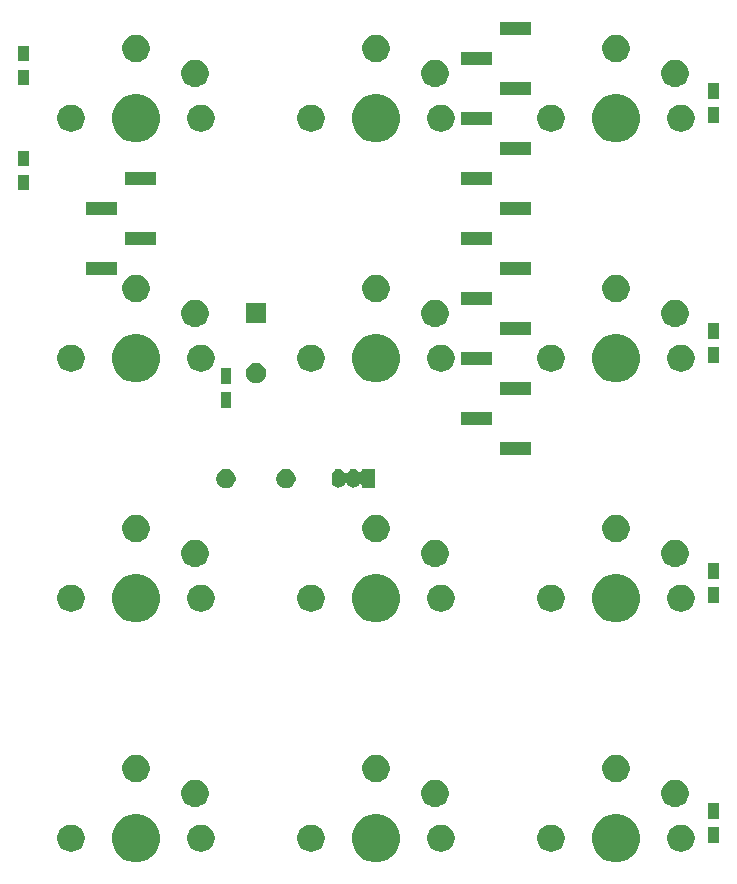
<source format=gbs>
G04 #@! TF.GenerationSoftware,KiCad,Pcbnew,(5.1.5)-3*
G04 #@! TF.CreationDate,2020-09-25T18:16:36+09:00*
G04 #@! TF.ProjectId,righthand,72696768-7468-4616-9e64-2e6b69636164,rev?*
G04 #@! TF.SameCoordinates,Original*
G04 #@! TF.FileFunction,Soldermask,Bot*
G04 #@! TF.FilePolarity,Negative*
%FSLAX46Y46*%
G04 Gerber Fmt 4.6, Leading zero omitted, Abs format (unit mm)*
G04 Created by KiCad (PCBNEW (5.1.5)-3) date 2020-09-25 18:16:36*
%MOMM*%
%LPD*%
G04 APERTURE LIST*
%ADD10C,0.100000*%
G04 APERTURE END LIST*
D10*
G36*
X141568254Y-95182818D02*
G01*
X141941511Y-95337426D01*
X141941513Y-95337427D01*
X142214752Y-95520000D01*
X142277436Y-95561884D01*
X142563116Y-95847564D01*
X142787574Y-96183489D01*
X142942182Y-96556746D01*
X143021000Y-96952993D01*
X143021000Y-97357007D01*
X142942182Y-97753254D01*
X142787574Y-98126511D01*
X142787573Y-98126513D01*
X142563116Y-98462436D01*
X142277436Y-98748116D01*
X141941513Y-98972573D01*
X141941512Y-98972574D01*
X141941511Y-98972574D01*
X141568254Y-99127182D01*
X141172007Y-99206000D01*
X140767993Y-99206000D01*
X140371746Y-99127182D01*
X139998489Y-98972574D01*
X139998488Y-98972574D01*
X139998487Y-98972573D01*
X139662564Y-98748116D01*
X139376884Y-98462436D01*
X139152427Y-98126513D01*
X139152426Y-98126511D01*
X138997818Y-97753254D01*
X138919000Y-97357007D01*
X138919000Y-96952993D01*
X138997818Y-96556746D01*
X139152426Y-96183489D01*
X139376884Y-95847564D01*
X139662564Y-95561884D01*
X139725248Y-95520000D01*
X139998487Y-95337427D01*
X139998489Y-95337426D01*
X140371746Y-95182818D01*
X140767993Y-95104000D01*
X141172007Y-95104000D01*
X141568254Y-95182818D01*
G37*
G36*
X161888254Y-95182818D02*
G01*
X162261511Y-95337426D01*
X162261513Y-95337427D01*
X162534752Y-95520000D01*
X162597436Y-95561884D01*
X162883116Y-95847564D01*
X163107574Y-96183489D01*
X163262182Y-96556746D01*
X163341000Y-96952993D01*
X163341000Y-97357007D01*
X163262182Y-97753254D01*
X163107574Y-98126511D01*
X163107573Y-98126513D01*
X162883116Y-98462436D01*
X162597436Y-98748116D01*
X162261513Y-98972573D01*
X162261512Y-98972574D01*
X162261511Y-98972574D01*
X161888254Y-99127182D01*
X161492007Y-99206000D01*
X161087993Y-99206000D01*
X160691746Y-99127182D01*
X160318489Y-98972574D01*
X160318488Y-98972574D01*
X160318487Y-98972573D01*
X159982564Y-98748116D01*
X159696884Y-98462436D01*
X159472427Y-98126513D01*
X159472426Y-98126511D01*
X159317818Y-97753254D01*
X159239000Y-97357007D01*
X159239000Y-96952993D01*
X159317818Y-96556746D01*
X159472426Y-96183489D01*
X159696884Y-95847564D01*
X159982564Y-95561884D01*
X160045248Y-95520000D01*
X160318487Y-95337427D01*
X160318489Y-95337426D01*
X160691746Y-95182818D01*
X161087993Y-95104000D01*
X161492007Y-95104000D01*
X161888254Y-95182818D01*
G37*
G36*
X182208254Y-95182818D02*
G01*
X182581511Y-95337426D01*
X182581513Y-95337427D01*
X182854752Y-95520000D01*
X182917436Y-95561884D01*
X183203116Y-95847564D01*
X183427574Y-96183489D01*
X183582182Y-96556746D01*
X183661000Y-96952993D01*
X183661000Y-97357007D01*
X183582182Y-97753254D01*
X183427574Y-98126511D01*
X183427573Y-98126513D01*
X183203116Y-98462436D01*
X182917436Y-98748116D01*
X182581513Y-98972573D01*
X182581512Y-98972574D01*
X182581511Y-98972574D01*
X182208254Y-99127182D01*
X181812007Y-99206000D01*
X181407993Y-99206000D01*
X181011746Y-99127182D01*
X180638489Y-98972574D01*
X180638488Y-98972574D01*
X180638487Y-98972573D01*
X180302564Y-98748116D01*
X180016884Y-98462436D01*
X179792427Y-98126513D01*
X179792426Y-98126511D01*
X179637818Y-97753254D01*
X179559000Y-97357007D01*
X179559000Y-96952993D01*
X179637818Y-96556746D01*
X179792426Y-96183489D01*
X180016884Y-95847564D01*
X180302564Y-95561884D01*
X180365248Y-95520000D01*
X180638487Y-95337427D01*
X180638489Y-95337426D01*
X181011746Y-95182818D01*
X181407993Y-95104000D01*
X181812007Y-95104000D01*
X182208254Y-95182818D01*
G37*
G36*
X167014549Y-96026116D02*
G01*
X167125734Y-96048232D01*
X167335203Y-96134997D01*
X167523720Y-96260960D01*
X167684040Y-96421280D01*
X167810003Y-96609797D01*
X167896768Y-96819266D01*
X167941000Y-97041636D01*
X167941000Y-97268364D01*
X167896768Y-97490734D01*
X167810003Y-97700203D01*
X167684040Y-97888720D01*
X167523720Y-98049040D01*
X167335203Y-98175003D01*
X167125734Y-98261768D01*
X167014549Y-98283884D01*
X166903365Y-98306000D01*
X166676635Y-98306000D01*
X166565451Y-98283884D01*
X166454266Y-98261768D01*
X166244797Y-98175003D01*
X166056280Y-98049040D01*
X165895960Y-97888720D01*
X165769997Y-97700203D01*
X165683232Y-97490734D01*
X165639000Y-97268364D01*
X165639000Y-97041636D01*
X165683232Y-96819266D01*
X165769997Y-96609797D01*
X165895960Y-96421280D01*
X166056280Y-96260960D01*
X166244797Y-96134997D01*
X166454266Y-96048232D01*
X166565451Y-96026116D01*
X166676635Y-96004000D01*
X166903365Y-96004000D01*
X167014549Y-96026116D01*
G37*
G36*
X135694549Y-96026116D02*
G01*
X135805734Y-96048232D01*
X136015203Y-96134997D01*
X136203720Y-96260960D01*
X136364040Y-96421280D01*
X136490003Y-96609797D01*
X136576768Y-96819266D01*
X136621000Y-97041636D01*
X136621000Y-97268364D01*
X136576768Y-97490734D01*
X136490003Y-97700203D01*
X136364040Y-97888720D01*
X136203720Y-98049040D01*
X136015203Y-98175003D01*
X135805734Y-98261768D01*
X135694549Y-98283884D01*
X135583365Y-98306000D01*
X135356635Y-98306000D01*
X135245451Y-98283884D01*
X135134266Y-98261768D01*
X134924797Y-98175003D01*
X134736280Y-98049040D01*
X134575960Y-97888720D01*
X134449997Y-97700203D01*
X134363232Y-97490734D01*
X134319000Y-97268364D01*
X134319000Y-97041636D01*
X134363232Y-96819266D01*
X134449997Y-96609797D01*
X134575960Y-96421280D01*
X134736280Y-96260960D01*
X134924797Y-96134997D01*
X135134266Y-96048232D01*
X135245451Y-96026116D01*
X135356635Y-96004000D01*
X135583365Y-96004000D01*
X135694549Y-96026116D01*
G37*
G36*
X146694549Y-96026116D02*
G01*
X146805734Y-96048232D01*
X147015203Y-96134997D01*
X147203720Y-96260960D01*
X147364040Y-96421280D01*
X147490003Y-96609797D01*
X147576768Y-96819266D01*
X147621000Y-97041636D01*
X147621000Y-97268364D01*
X147576768Y-97490734D01*
X147490003Y-97700203D01*
X147364040Y-97888720D01*
X147203720Y-98049040D01*
X147015203Y-98175003D01*
X146805734Y-98261768D01*
X146694549Y-98283884D01*
X146583365Y-98306000D01*
X146356635Y-98306000D01*
X146245451Y-98283884D01*
X146134266Y-98261768D01*
X145924797Y-98175003D01*
X145736280Y-98049040D01*
X145575960Y-97888720D01*
X145449997Y-97700203D01*
X145363232Y-97490734D01*
X145319000Y-97268364D01*
X145319000Y-97041636D01*
X145363232Y-96819266D01*
X145449997Y-96609797D01*
X145575960Y-96421280D01*
X145736280Y-96260960D01*
X145924797Y-96134997D01*
X146134266Y-96048232D01*
X146245451Y-96026116D01*
X146356635Y-96004000D01*
X146583365Y-96004000D01*
X146694549Y-96026116D01*
G37*
G36*
X187334549Y-96026116D02*
G01*
X187445734Y-96048232D01*
X187655203Y-96134997D01*
X187843720Y-96260960D01*
X188004040Y-96421280D01*
X188130003Y-96609797D01*
X188216768Y-96819266D01*
X188261000Y-97041636D01*
X188261000Y-97268364D01*
X188216768Y-97490734D01*
X188130003Y-97700203D01*
X188004040Y-97888720D01*
X187843720Y-98049040D01*
X187655203Y-98175003D01*
X187445734Y-98261768D01*
X187334549Y-98283884D01*
X187223365Y-98306000D01*
X186996635Y-98306000D01*
X186885451Y-98283884D01*
X186774266Y-98261768D01*
X186564797Y-98175003D01*
X186376280Y-98049040D01*
X186215960Y-97888720D01*
X186089997Y-97700203D01*
X186003232Y-97490734D01*
X185959000Y-97268364D01*
X185959000Y-97041636D01*
X186003232Y-96819266D01*
X186089997Y-96609797D01*
X186215960Y-96421280D01*
X186376280Y-96260960D01*
X186564797Y-96134997D01*
X186774266Y-96048232D01*
X186885451Y-96026116D01*
X186996635Y-96004000D01*
X187223365Y-96004000D01*
X187334549Y-96026116D01*
G37*
G36*
X176334549Y-96026116D02*
G01*
X176445734Y-96048232D01*
X176655203Y-96134997D01*
X176843720Y-96260960D01*
X177004040Y-96421280D01*
X177130003Y-96609797D01*
X177216768Y-96819266D01*
X177261000Y-97041636D01*
X177261000Y-97268364D01*
X177216768Y-97490734D01*
X177130003Y-97700203D01*
X177004040Y-97888720D01*
X176843720Y-98049040D01*
X176655203Y-98175003D01*
X176445734Y-98261768D01*
X176334549Y-98283884D01*
X176223365Y-98306000D01*
X175996635Y-98306000D01*
X175885451Y-98283884D01*
X175774266Y-98261768D01*
X175564797Y-98175003D01*
X175376280Y-98049040D01*
X175215960Y-97888720D01*
X175089997Y-97700203D01*
X175003232Y-97490734D01*
X174959000Y-97268364D01*
X174959000Y-97041636D01*
X175003232Y-96819266D01*
X175089997Y-96609797D01*
X175215960Y-96421280D01*
X175376280Y-96260960D01*
X175564797Y-96134997D01*
X175774266Y-96048232D01*
X175885451Y-96026116D01*
X175996635Y-96004000D01*
X176223365Y-96004000D01*
X176334549Y-96026116D01*
G37*
G36*
X156014549Y-96026116D02*
G01*
X156125734Y-96048232D01*
X156335203Y-96134997D01*
X156523720Y-96260960D01*
X156684040Y-96421280D01*
X156810003Y-96609797D01*
X156896768Y-96819266D01*
X156941000Y-97041636D01*
X156941000Y-97268364D01*
X156896768Y-97490734D01*
X156810003Y-97700203D01*
X156684040Y-97888720D01*
X156523720Y-98049040D01*
X156335203Y-98175003D01*
X156125734Y-98261768D01*
X156014549Y-98283884D01*
X155903365Y-98306000D01*
X155676635Y-98306000D01*
X155565451Y-98283884D01*
X155454266Y-98261768D01*
X155244797Y-98175003D01*
X155056280Y-98049040D01*
X154895960Y-97888720D01*
X154769997Y-97700203D01*
X154683232Y-97490734D01*
X154639000Y-97268364D01*
X154639000Y-97041636D01*
X154683232Y-96819266D01*
X154769997Y-96609797D01*
X154895960Y-96421280D01*
X155056280Y-96260960D01*
X155244797Y-96134997D01*
X155454266Y-96048232D01*
X155565451Y-96026116D01*
X155676635Y-96004000D01*
X155903365Y-96004000D01*
X156014549Y-96026116D01*
G37*
G36*
X190316000Y-97552000D02*
G01*
X189414000Y-97552000D01*
X189414000Y-96250000D01*
X190316000Y-96250000D01*
X190316000Y-97552000D01*
G37*
G36*
X190316000Y-95520000D02*
G01*
X189414000Y-95520000D01*
X189414000Y-94218000D01*
X190316000Y-94218000D01*
X190316000Y-95520000D01*
G37*
G36*
X166514549Y-92226116D02*
G01*
X166625734Y-92248232D01*
X166835203Y-92334997D01*
X167023720Y-92460960D01*
X167184040Y-92621280D01*
X167310003Y-92809797D01*
X167396768Y-93019266D01*
X167441000Y-93241636D01*
X167441000Y-93468364D01*
X167396768Y-93690734D01*
X167310003Y-93900203D01*
X167184040Y-94088720D01*
X167023720Y-94249040D01*
X166835203Y-94375003D01*
X166625734Y-94461768D01*
X166514549Y-94483884D01*
X166403365Y-94506000D01*
X166176635Y-94506000D01*
X166065451Y-94483884D01*
X165954266Y-94461768D01*
X165744797Y-94375003D01*
X165556280Y-94249040D01*
X165395960Y-94088720D01*
X165269997Y-93900203D01*
X165183232Y-93690734D01*
X165139000Y-93468364D01*
X165139000Y-93241636D01*
X165183232Y-93019266D01*
X165269997Y-92809797D01*
X165395960Y-92621280D01*
X165556280Y-92460960D01*
X165744797Y-92334997D01*
X165954266Y-92248232D01*
X166065451Y-92226116D01*
X166176635Y-92204000D01*
X166403365Y-92204000D01*
X166514549Y-92226116D01*
G37*
G36*
X186834549Y-92226116D02*
G01*
X186945734Y-92248232D01*
X187155203Y-92334997D01*
X187343720Y-92460960D01*
X187504040Y-92621280D01*
X187630003Y-92809797D01*
X187716768Y-93019266D01*
X187761000Y-93241636D01*
X187761000Y-93468364D01*
X187716768Y-93690734D01*
X187630003Y-93900203D01*
X187504040Y-94088720D01*
X187343720Y-94249040D01*
X187155203Y-94375003D01*
X186945734Y-94461768D01*
X186834549Y-94483884D01*
X186723365Y-94506000D01*
X186496635Y-94506000D01*
X186385451Y-94483884D01*
X186274266Y-94461768D01*
X186064797Y-94375003D01*
X185876280Y-94249040D01*
X185715960Y-94088720D01*
X185589997Y-93900203D01*
X185503232Y-93690734D01*
X185459000Y-93468364D01*
X185459000Y-93241636D01*
X185503232Y-93019266D01*
X185589997Y-92809797D01*
X185715960Y-92621280D01*
X185876280Y-92460960D01*
X186064797Y-92334997D01*
X186274266Y-92248232D01*
X186385451Y-92226116D01*
X186496635Y-92204000D01*
X186723365Y-92204000D01*
X186834549Y-92226116D01*
G37*
G36*
X146194549Y-92226116D02*
G01*
X146305734Y-92248232D01*
X146515203Y-92334997D01*
X146703720Y-92460960D01*
X146864040Y-92621280D01*
X146990003Y-92809797D01*
X147076768Y-93019266D01*
X147121000Y-93241636D01*
X147121000Y-93468364D01*
X147076768Y-93690734D01*
X146990003Y-93900203D01*
X146864040Y-94088720D01*
X146703720Y-94249040D01*
X146515203Y-94375003D01*
X146305734Y-94461768D01*
X146194549Y-94483884D01*
X146083365Y-94506000D01*
X145856635Y-94506000D01*
X145745451Y-94483884D01*
X145634266Y-94461768D01*
X145424797Y-94375003D01*
X145236280Y-94249040D01*
X145075960Y-94088720D01*
X144949997Y-93900203D01*
X144863232Y-93690734D01*
X144819000Y-93468364D01*
X144819000Y-93241636D01*
X144863232Y-93019266D01*
X144949997Y-92809797D01*
X145075960Y-92621280D01*
X145236280Y-92460960D01*
X145424797Y-92334997D01*
X145634266Y-92248232D01*
X145745451Y-92226116D01*
X145856635Y-92204000D01*
X146083365Y-92204000D01*
X146194549Y-92226116D01*
G37*
G36*
X161514549Y-90126116D02*
G01*
X161625734Y-90148232D01*
X161835203Y-90234997D01*
X162023720Y-90360960D01*
X162184040Y-90521280D01*
X162310003Y-90709797D01*
X162396768Y-90919266D01*
X162441000Y-91141636D01*
X162441000Y-91368364D01*
X162396768Y-91590734D01*
X162310003Y-91800203D01*
X162184040Y-91988720D01*
X162023720Y-92149040D01*
X161835203Y-92275003D01*
X161625734Y-92361768D01*
X161514549Y-92383884D01*
X161403365Y-92406000D01*
X161176635Y-92406000D01*
X161065451Y-92383884D01*
X160954266Y-92361768D01*
X160744797Y-92275003D01*
X160556280Y-92149040D01*
X160395960Y-91988720D01*
X160269997Y-91800203D01*
X160183232Y-91590734D01*
X160139000Y-91368364D01*
X160139000Y-91141636D01*
X160183232Y-90919266D01*
X160269997Y-90709797D01*
X160395960Y-90521280D01*
X160556280Y-90360960D01*
X160744797Y-90234997D01*
X160954266Y-90148232D01*
X161065451Y-90126116D01*
X161176635Y-90104000D01*
X161403365Y-90104000D01*
X161514549Y-90126116D01*
G37*
G36*
X141194549Y-90126116D02*
G01*
X141305734Y-90148232D01*
X141515203Y-90234997D01*
X141703720Y-90360960D01*
X141864040Y-90521280D01*
X141990003Y-90709797D01*
X142076768Y-90919266D01*
X142121000Y-91141636D01*
X142121000Y-91368364D01*
X142076768Y-91590734D01*
X141990003Y-91800203D01*
X141864040Y-91988720D01*
X141703720Y-92149040D01*
X141515203Y-92275003D01*
X141305734Y-92361768D01*
X141194549Y-92383884D01*
X141083365Y-92406000D01*
X140856635Y-92406000D01*
X140745451Y-92383884D01*
X140634266Y-92361768D01*
X140424797Y-92275003D01*
X140236280Y-92149040D01*
X140075960Y-91988720D01*
X139949997Y-91800203D01*
X139863232Y-91590734D01*
X139819000Y-91368364D01*
X139819000Y-91141636D01*
X139863232Y-90919266D01*
X139949997Y-90709797D01*
X140075960Y-90521280D01*
X140236280Y-90360960D01*
X140424797Y-90234997D01*
X140634266Y-90148232D01*
X140745451Y-90126116D01*
X140856635Y-90104000D01*
X141083365Y-90104000D01*
X141194549Y-90126116D01*
G37*
G36*
X181834549Y-90126116D02*
G01*
X181945734Y-90148232D01*
X182155203Y-90234997D01*
X182343720Y-90360960D01*
X182504040Y-90521280D01*
X182630003Y-90709797D01*
X182716768Y-90919266D01*
X182761000Y-91141636D01*
X182761000Y-91368364D01*
X182716768Y-91590734D01*
X182630003Y-91800203D01*
X182504040Y-91988720D01*
X182343720Y-92149040D01*
X182155203Y-92275003D01*
X181945734Y-92361768D01*
X181834549Y-92383884D01*
X181723365Y-92406000D01*
X181496635Y-92406000D01*
X181385451Y-92383884D01*
X181274266Y-92361768D01*
X181064797Y-92275003D01*
X180876280Y-92149040D01*
X180715960Y-91988720D01*
X180589997Y-91800203D01*
X180503232Y-91590734D01*
X180459000Y-91368364D01*
X180459000Y-91141636D01*
X180503232Y-90919266D01*
X180589997Y-90709797D01*
X180715960Y-90521280D01*
X180876280Y-90360960D01*
X181064797Y-90234997D01*
X181274266Y-90148232D01*
X181385451Y-90126116D01*
X181496635Y-90104000D01*
X181723365Y-90104000D01*
X181834549Y-90126116D01*
G37*
G36*
X161888254Y-74862818D02*
G01*
X162261511Y-75017426D01*
X162261513Y-75017427D01*
X162534752Y-75200000D01*
X162597436Y-75241884D01*
X162883116Y-75527564D01*
X163107574Y-75863489D01*
X163262182Y-76236746D01*
X163341000Y-76632993D01*
X163341000Y-77037007D01*
X163262182Y-77433254D01*
X163107574Y-77806511D01*
X163107573Y-77806513D01*
X162883116Y-78142436D01*
X162597436Y-78428116D01*
X162261513Y-78652573D01*
X162261512Y-78652574D01*
X162261511Y-78652574D01*
X161888254Y-78807182D01*
X161492007Y-78886000D01*
X161087993Y-78886000D01*
X160691746Y-78807182D01*
X160318489Y-78652574D01*
X160318488Y-78652574D01*
X160318487Y-78652573D01*
X159982564Y-78428116D01*
X159696884Y-78142436D01*
X159472427Y-77806513D01*
X159472426Y-77806511D01*
X159317818Y-77433254D01*
X159239000Y-77037007D01*
X159239000Y-76632993D01*
X159317818Y-76236746D01*
X159472426Y-75863489D01*
X159696884Y-75527564D01*
X159982564Y-75241884D01*
X160045248Y-75200000D01*
X160318487Y-75017427D01*
X160318489Y-75017426D01*
X160691746Y-74862818D01*
X161087993Y-74784000D01*
X161492007Y-74784000D01*
X161888254Y-74862818D01*
G37*
G36*
X141568254Y-74862818D02*
G01*
X141941511Y-75017426D01*
X141941513Y-75017427D01*
X142214752Y-75200000D01*
X142277436Y-75241884D01*
X142563116Y-75527564D01*
X142787574Y-75863489D01*
X142942182Y-76236746D01*
X143021000Y-76632993D01*
X143021000Y-77037007D01*
X142942182Y-77433254D01*
X142787574Y-77806511D01*
X142787573Y-77806513D01*
X142563116Y-78142436D01*
X142277436Y-78428116D01*
X141941513Y-78652573D01*
X141941512Y-78652574D01*
X141941511Y-78652574D01*
X141568254Y-78807182D01*
X141172007Y-78886000D01*
X140767993Y-78886000D01*
X140371746Y-78807182D01*
X139998489Y-78652574D01*
X139998488Y-78652574D01*
X139998487Y-78652573D01*
X139662564Y-78428116D01*
X139376884Y-78142436D01*
X139152427Y-77806513D01*
X139152426Y-77806511D01*
X138997818Y-77433254D01*
X138919000Y-77037007D01*
X138919000Y-76632993D01*
X138997818Y-76236746D01*
X139152426Y-75863489D01*
X139376884Y-75527564D01*
X139662564Y-75241884D01*
X139725248Y-75200000D01*
X139998487Y-75017427D01*
X139998489Y-75017426D01*
X140371746Y-74862818D01*
X140767993Y-74784000D01*
X141172007Y-74784000D01*
X141568254Y-74862818D01*
G37*
G36*
X182208254Y-74862818D02*
G01*
X182581511Y-75017426D01*
X182581513Y-75017427D01*
X182854752Y-75200000D01*
X182917436Y-75241884D01*
X183203116Y-75527564D01*
X183427574Y-75863489D01*
X183582182Y-76236746D01*
X183661000Y-76632993D01*
X183661000Y-77037007D01*
X183582182Y-77433254D01*
X183427574Y-77806511D01*
X183427573Y-77806513D01*
X183203116Y-78142436D01*
X182917436Y-78428116D01*
X182581513Y-78652573D01*
X182581512Y-78652574D01*
X182581511Y-78652574D01*
X182208254Y-78807182D01*
X181812007Y-78886000D01*
X181407993Y-78886000D01*
X181011746Y-78807182D01*
X180638489Y-78652574D01*
X180638488Y-78652574D01*
X180638487Y-78652573D01*
X180302564Y-78428116D01*
X180016884Y-78142436D01*
X179792427Y-77806513D01*
X179792426Y-77806511D01*
X179637818Y-77433254D01*
X179559000Y-77037007D01*
X179559000Y-76632993D01*
X179637818Y-76236746D01*
X179792426Y-75863489D01*
X180016884Y-75527564D01*
X180302564Y-75241884D01*
X180365248Y-75200000D01*
X180638487Y-75017427D01*
X180638489Y-75017426D01*
X181011746Y-74862818D01*
X181407993Y-74784000D01*
X181812007Y-74784000D01*
X182208254Y-74862818D01*
G37*
G36*
X167014549Y-75706116D02*
G01*
X167125734Y-75728232D01*
X167335203Y-75814997D01*
X167523720Y-75940960D01*
X167684040Y-76101280D01*
X167810003Y-76289797D01*
X167896768Y-76499266D01*
X167941000Y-76721636D01*
X167941000Y-76948364D01*
X167896768Y-77170734D01*
X167810003Y-77380203D01*
X167684040Y-77568720D01*
X167523720Y-77729040D01*
X167335203Y-77855003D01*
X167125734Y-77941768D01*
X167014549Y-77963884D01*
X166903365Y-77986000D01*
X166676635Y-77986000D01*
X166565451Y-77963884D01*
X166454266Y-77941768D01*
X166244797Y-77855003D01*
X166056280Y-77729040D01*
X165895960Y-77568720D01*
X165769997Y-77380203D01*
X165683232Y-77170734D01*
X165639000Y-76948364D01*
X165639000Y-76721636D01*
X165683232Y-76499266D01*
X165769997Y-76289797D01*
X165895960Y-76101280D01*
X166056280Y-75940960D01*
X166244797Y-75814997D01*
X166454266Y-75728232D01*
X166565451Y-75706116D01*
X166676635Y-75684000D01*
X166903365Y-75684000D01*
X167014549Y-75706116D01*
G37*
G36*
X176334549Y-75706116D02*
G01*
X176445734Y-75728232D01*
X176655203Y-75814997D01*
X176843720Y-75940960D01*
X177004040Y-76101280D01*
X177130003Y-76289797D01*
X177216768Y-76499266D01*
X177261000Y-76721636D01*
X177261000Y-76948364D01*
X177216768Y-77170734D01*
X177130003Y-77380203D01*
X177004040Y-77568720D01*
X176843720Y-77729040D01*
X176655203Y-77855003D01*
X176445734Y-77941768D01*
X176334549Y-77963884D01*
X176223365Y-77986000D01*
X175996635Y-77986000D01*
X175885451Y-77963884D01*
X175774266Y-77941768D01*
X175564797Y-77855003D01*
X175376280Y-77729040D01*
X175215960Y-77568720D01*
X175089997Y-77380203D01*
X175003232Y-77170734D01*
X174959000Y-76948364D01*
X174959000Y-76721636D01*
X175003232Y-76499266D01*
X175089997Y-76289797D01*
X175215960Y-76101280D01*
X175376280Y-75940960D01*
X175564797Y-75814997D01*
X175774266Y-75728232D01*
X175885451Y-75706116D01*
X175996635Y-75684000D01*
X176223365Y-75684000D01*
X176334549Y-75706116D01*
G37*
G36*
X135694549Y-75706116D02*
G01*
X135805734Y-75728232D01*
X136015203Y-75814997D01*
X136203720Y-75940960D01*
X136364040Y-76101280D01*
X136490003Y-76289797D01*
X136576768Y-76499266D01*
X136621000Y-76721636D01*
X136621000Y-76948364D01*
X136576768Y-77170734D01*
X136490003Y-77380203D01*
X136364040Y-77568720D01*
X136203720Y-77729040D01*
X136015203Y-77855003D01*
X135805734Y-77941768D01*
X135694549Y-77963884D01*
X135583365Y-77986000D01*
X135356635Y-77986000D01*
X135245451Y-77963884D01*
X135134266Y-77941768D01*
X134924797Y-77855003D01*
X134736280Y-77729040D01*
X134575960Y-77568720D01*
X134449997Y-77380203D01*
X134363232Y-77170734D01*
X134319000Y-76948364D01*
X134319000Y-76721636D01*
X134363232Y-76499266D01*
X134449997Y-76289797D01*
X134575960Y-76101280D01*
X134736280Y-75940960D01*
X134924797Y-75814997D01*
X135134266Y-75728232D01*
X135245451Y-75706116D01*
X135356635Y-75684000D01*
X135583365Y-75684000D01*
X135694549Y-75706116D01*
G37*
G36*
X187334549Y-75706116D02*
G01*
X187445734Y-75728232D01*
X187655203Y-75814997D01*
X187843720Y-75940960D01*
X188004040Y-76101280D01*
X188130003Y-76289797D01*
X188216768Y-76499266D01*
X188261000Y-76721636D01*
X188261000Y-76948364D01*
X188216768Y-77170734D01*
X188130003Y-77380203D01*
X188004040Y-77568720D01*
X187843720Y-77729040D01*
X187655203Y-77855003D01*
X187445734Y-77941768D01*
X187334549Y-77963884D01*
X187223365Y-77986000D01*
X186996635Y-77986000D01*
X186885451Y-77963884D01*
X186774266Y-77941768D01*
X186564797Y-77855003D01*
X186376280Y-77729040D01*
X186215960Y-77568720D01*
X186089997Y-77380203D01*
X186003232Y-77170734D01*
X185959000Y-76948364D01*
X185959000Y-76721636D01*
X186003232Y-76499266D01*
X186089997Y-76289797D01*
X186215960Y-76101280D01*
X186376280Y-75940960D01*
X186564797Y-75814997D01*
X186774266Y-75728232D01*
X186885451Y-75706116D01*
X186996635Y-75684000D01*
X187223365Y-75684000D01*
X187334549Y-75706116D01*
G37*
G36*
X146694549Y-75706116D02*
G01*
X146805734Y-75728232D01*
X147015203Y-75814997D01*
X147203720Y-75940960D01*
X147364040Y-76101280D01*
X147490003Y-76289797D01*
X147576768Y-76499266D01*
X147621000Y-76721636D01*
X147621000Y-76948364D01*
X147576768Y-77170734D01*
X147490003Y-77380203D01*
X147364040Y-77568720D01*
X147203720Y-77729040D01*
X147015203Y-77855003D01*
X146805734Y-77941768D01*
X146694549Y-77963884D01*
X146583365Y-77986000D01*
X146356635Y-77986000D01*
X146245451Y-77963884D01*
X146134266Y-77941768D01*
X145924797Y-77855003D01*
X145736280Y-77729040D01*
X145575960Y-77568720D01*
X145449997Y-77380203D01*
X145363232Y-77170734D01*
X145319000Y-76948364D01*
X145319000Y-76721636D01*
X145363232Y-76499266D01*
X145449997Y-76289797D01*
X145575960Y-76101280D01*
X145736280Y-75940960D01*
X145924797Y-75814997D01*
X146134266Y-75728232D01*
X146245451Y-75706116D01*
X146356635Y-75684000D01*
X146583365Y-75684000D01*
X146694549Y-75706116D01*
G37*
G36*
X156014549Y-75706116D02*
G01*
X156125734Y-75728232D01*
X156335203Y-75814997D01*
X156523720Y-75940960D01*
X156684040Y-76101280D01*
X156810003Y-76289797D01*
X156896768Y-76499266D01*
X156941000Y-76721636D01*
X156941000Y-76948364D01*
X156896768Y-77170734D01*
X156810003Y-77380203D01*
X156684040Y-77568720D01*
X156523720Y-77729040D01*
X156335203Y-77855003D01*
X156125734Y-77941768D01*
X156014549Y-77963884D01*
X155903365Y-77986000D01*
X155676635Y-77986000D01*
X155565451Y-77963884D01*
X155454266Y-77941768D01*
X155244797Y-77855003D01*
X155056280Y-77729040D01*
X154895960Y-77568720D01*
X154769997Y-77380203D01*
X154683232Y-77170734D01*
X154639000Y-76948364D01*
X154639000Y-76721636D01*
X154683232Y-76499266D01*
X154769997Y-76289797D01*
X154895960Y-76101280D01*
X155056280Y-75940960D01*
X155244797Y-75814997D01*
X155454266Y-75728232D01*
X155565451Y-75706116D01*
X155676635Y-75684000D01*
X155903365Y-75684000D01*
X156014549Y-75706116D01*
G37*
G36*
X190316000Y-77232000D02*
G01*
X189414000Y-77232000D01*
X189414000Y-75930000D01*
X190316000Y-75930000D01*
X190316000Y-77232000D01*
G37*
G36*
X190316000Y-75200000D02*
G01*
X189414000Y-75200000D01*
X189414000Y-73898000D01*
X190316000Y-73898000D01*
X190316000Y-75200000D01*
G37*
G36*
X166514549Y-71906116D02*
G01*
X166625734Y-71928232D01*
X166835203Y-72014997D01*
X167023720Y-72140960D01*
X167184040Y-72301280D01*
X167310003Y-72489797D01*
X167396768Y-72699266D01*
X167441000Y-72921636D01*
X167441000Y-73148364D01*
X167396768Y-73370734D01*
X167310003Y-73580203D01*
X167184040Y-73768720D01*
X167023720Y-73929040D01*
X166835203Y-74055003D01*
X166625734Y-74141768D01*
X166514549Y-74163884D01*
X166403365Y-74186000D01*
X166176635Y-74186000D01*
X166065451Y-74163884D01*
X165954266Y-74141768D01*
X165744797Y-74055003D01*
X165556280Y-73929040D01*
X165395960Y-73768720D01*
X165269997Y-73580203D01*
X165183232Y-73370734D01*
X165139000Y-73148364D01*
X165139000Y-72921636D01*
X165183232Y-72699266D01*
X165269997Y-72489797D01*
X165395960Y-72301280D01*
X165556280Y-72140960D01*
X165744797Y-72014997D01*
X165954266Y-71928232D01*
X166065451Y-71906116D01*
X166176635Y-71884000D01*
X166403365Y-71884000D01*
X166514549Y-71906116D01*
G37*
G36*
X146194549Y-71906116D02*
G01*
X146305734Y-71928232D01*
X146515203Y-72014997D01*
X146703720Y-72140960D01*
X146864040Y-72301280D01*
X146990003Y-72489797D01*
X147076768Y-72699266D01*
X147121000Y-72921636D01*
X147121000Y-73148364D01*
X147076768Y-73370734D01*
X146990003Y-73580203D01*
X146864040Y-73768720D01*
X146703720Y-73929040D01*
X146515203Y-74055003D01*
X146305734Y-74141768D01*
X146194549Y-74163884D01*
X146083365Y-74186000D01*
X145856635Y-74186000D01*
X145745451Y-74163884D01*
X145634266Y-74141768D01*
X145424797Y-74055003D01*
X145236280Y-73929040D01*
X145075960Y-73768720D01*
X144949997Y-73580203D01*
X144863232Y-73370734D01*
X144819000Y-73148364D01*
X144819000Y-72921636D01*
X144863232Y-72699266D01*
X144949997Y-72489797D01*
X145075960Y-72301280D01*
X145236280Y-72140960D01*
X145424797Y-72014997D01*
X145634266Y-71928232D01*
X145745451Y-71906116D01*
X145856635Y-71884000D01*
X146083365Y-71884000D01*
X146194549Y-71906116D01*
G37*
G36*
X186834549Y-71906116D02*
G01*
X186945734Y-71928232D01*
X187155203Y-72014997D01*
X187343720Y-72140960D01*
X187504040Y-72301280D01*
X187630003Y-72489797D01*
X187716768Y-72699266D01*
X187761000Y-72921636D01*
X187761000Y-73148364D01*
X187716768Y-73370734D01*
X187630003Y-73580203D01*
X187504040Y-73768720D01*
X187343720Y-73929040D01*
X187155203Y-74055003D01*
X186945734Y-74141768D01*
X186834549Y-74163884D01*
X186723365Y-74186000D01*
X186496635Y-74186000D01*
X186385451Y-74163884D01*
X186274266Y-74141768D01*
X186064797Y-74055003D01*
X185876280Y-73929040D01*
X185715960Y-73768720D01*
X185589997Y-73580203D01*
X185503232Y-73370734D01*
X185459000Y-73148364D01*
X185459000Y-72921636D01*
X185503232Y-72699266D01*
X185589997Y-72489797D01*
X185715960Y-72301280D01*
X185876280Y-72140960D01*
X186064797Y-72014997D01*
X186274266Y-71928232D01*
X186385451Y-71906116D01*
X186496635Y-71884000D01*
X186723365Y-71884000D01*
X186834549Y-71906116D01*
G37*
G36*
X141194549Y-69806116D02*
G01*
X141305734Y-69828232D01*
X141515203Y-69914997D01*
X141703720Y-70040960D01*
X141864040Y-70201280D01*
X141990003Y-70389797D01*
X142076768Y-70599266D01*
X142121000Y-70821636D01*
X142121000Y-71048364D01*
X142076768Y-71270734D01*
X141990003Y-71480203D01*
X141864040Y-71668720D01*
X141703720Y-71829040D01*
X141515203Y-71955003D01*
X141305734Y-72041768D01*
X141194549Y-72063884D01*
X141083365Y-72086000D01*
X140856635Y-72086000D01*
X140745451Y-72063884D01*
X140634266Y-72041768D01*
X140424797Y-71955003D01*
X140236280Y-71829040D01*
X140075960Y-71668720D01*
X139949997Y-71480203D01*
X139863232Y-71270734D01*
X139819000Y-71048364D01*
X139819000Y-70821636D01*
X139863232Y-70599266D01*
X139949997Y-70389797D01*
X140075960Y-70201280D01*
X140236280Y-70040960D01*
X140424797Y-69914997D01*
X140634266Y-69828232D01*
X140745451Y-69806116D01*
X140856635Y-69784000D01*
X141083365Y-69784000D01*
X141194549Y-69806116D01*
G37*
G36*
X181834549Y-69806116D02*
G01*
X181945734Y-69828232D01*
X182155203Y-69914997D01*
X182343720Y-70040960D01*
X182504040Y-70201280D01*
X182630003Y-70389797D01*
X182716768Y-70599266D01*
X182761000Y-70821636D01*
X182761000Y-71048364D01*
X182716768Y-71270734D01*
X182630003Y-71480203D01*
X182504040Y-71668720D01*
X182343720Y-71829040D01*
X182155203Y-71955003D01*
X181945734Y-72041768D01*
X181834549Y-72063884D01*
X181723365Y-72086000D01*
X181496635Y-72086000D01*
X181385451Y-72063884D01*
X181274266Y-72041768D01*
X181064797Y-71955003D01*
X180876280Y-71829040D01*
X180715960Y-71668720D01*
X180589997Y-71480203D01*
X180503232Y-71270734D01*
X180459000Y-71048364D01*
X180459000Y-70821636D01*
X180503232Y-70599266D01*
X180589997Y-70389797D01*
X180715960Y-70201280D01*
X180876280Y-70040960D01*
X181064797Y-69914997D01*
X181274266Y-69828232D01*
X181385451Y-69806116D01*
X181496635Y-69784000D01*
X181723365Y-69784000D01*
X181834549Y-69806116D01*
G37*
G36*
X161514549Y-69806116D02*
G01*
X161625734Y-69828232D01*
X161835203Y-69914997D01*
X162023720Y-70040960D01*
X162184040Y-70201280D01*
X162310003Y-70389797D01*
X162396768Y-70599266D01*
X162441000Y-70821636D01*
X162441000Y-71048364D01*
X162396768Y-71270734D01*
X162310003Y-71480203D01*
X162184040Y-71668720D01*
X162023720Y-71829040D01*
X161835203Y-71955003D01*
X161625734Y-72041768D01*
X161514549Y-72063884D01*
X161403365Y-72086000D01*
X161176635Y-72086000D01*
X161065451Y-72063884D01*
X160954266Y-72041768D01*
X160744797Y-71955003D01*
X160556280Y-71829040D01*
X160395960Y-71668720D01*
X160269997Y-71480203D01*
X160183232Y-71270734D01*
X160139000Y-71048364D01*
X160139000Y-70821636D01*
X160183232Y-70599266D01*
X160269997Y-70389797D01*
X160395960Y-70201280D01*
X160556280Y-70040960D01*
X160744797Y-69914997D01*
X160954266Y-69828232D01*
X161065451Y-69806116D01*
X161176635Y-69784000D01*
X161403365Y-69784000D01*
X161514549Y-69806116D01*
G37*
G36*
X153907142Y-65933242D02*
G01*
X154055101Y-65994529D01*
X154188255Y-66083499D01*
X154301501Y-66196745D01*
X154390471Y-66329899D01*
X154451758Y-66477858D01*
X154483000Y-66634925D01*
X154483000Y-66795075D01*
X154451758Y-66952142D01*
X154390471Y-67100101D01*
X154301501Y-67233255D01*
X154188255Y-67346501D01*
X154055101Y-67435471D01*
X153907142Y-67496758D01*
X153750075Y-67528000D01*
X153589925Y-67528000D01*
X153432858Y-67496758D01*
X153284899Y-67435471D01*
X153151745Y-67346501D01*
X153038499Y-67233255D01*
X152949529Y-67100101D01*
X152888242Y-66952142D01*
X152857000Y-66795075D01*
X152857000Y-66634925D01*
X152888242Y-66477858D01*
X152949529Y-66329899D01*
X153038499Y-66196745D01*
X153151745Y-66083499D01*
X153284899Y-65994529D01*
X153432858Y-65933242D01*
X153589925Y-65902000D01*
X153750075Y-65902000D01*
X153907142Y-65933242D01*
G37*
G36*
X148827142Y-65933242D02*
G01*
X148975101Y-65994529D01*
X149108255Y-66083499D01*
X149221501Y-66196745D01*
X149310471Y-66329899D01*
X149371758Y-66477858D01*
X149403000Y-66634925D01*
X149403000Y-66795075D01*
X149371758Y-66952142D01*
X149310471Y-67100101D01*
X149221501Y-67233255D01*
X149108255Y-67346501D01*
X148975101Y-67435471D01*
X148827142Y-67496758D01*
X148670075Y-67528000D01*
X148509925Y-67528000D01*
X148352858Y-67496758D01*
X148204899Y-67435471D01*
X148071745Y-67346501D01*
X147958499Y-67233255D01*
X147869529Y-67100101D01*
X147808242Y-66952142D01*
X147777000Y-66795075D01*
X147777000Y-66634925D01*
X147808242Y-66477858D01*
X147869529Y-66329899D01*
X147958499Y-66196745D01*
X148071745Y-66083499D01*
X148204899Y-65994529D01*
X148352858Y-65933242D01*
X148509925Y-65902000D01*
X148670075Y-65902000D01*
X148827142Y-65933242D01*
G37*
G36*
X159497916Y-65882334D02*
G01*
X159606492Y-65915271D01*
X159606495Y-65915272D01*
X159640114Y-65933242D01*
X159706557Y-65968756D01*
X159794264Y-66040736D01*
X159857383Y-66117646D01*
X159874702Y-66134965D01*
X159895077Y-66148579D01*
X159917716Y-66157957D01*
X159941749Y-66162737D01*
X159966253Y-66162737D01*
X159990286Y-66157957D01*
X160012925Y-66148579D01*
X160033299Y-66134966D01*
X160050626Y-66117639D01*
X160064240Y-66097264D01*
X160073618Y-66074625D01*
X160078398Y-66050592D01*
X160079000Y-66038340D01*
X160079000Y-65874000D01*
X161231000Y-65874000D01*
X161231000Y-67476000D01*
X160079000Y-67476000D01*
X160079000Y-67311660D01*
X160076598Y-67287274D01*
X160069485Y-67263825D01*
X160057934Y-67242214D01*
X160042389Y-67223272D01*
X160023447Y-67207727D01*
X160001836Y-67196176D01*
X159978387Y-67189063D01*
X159954001Y-67186661D01*
X159929615Y-67189063D01*
X159906166Y-67196176D01*
X159884555Y-67207727D01*
X159857381Y-67232356D01*
X159794264Y-67309264D01*
X159706556Y-67381244D01*
X159642600Y-67415429D01*
X159606494Y-67434728D01*
X159606491Y-67434729D01*
X159497915Y-67467666D01*
X159385000Y-67478787D01*
X159272084Y-67467666D01*
X159163508Y-67434729D01*
X159163505Y-67434728D01*
X159127399Y-67415429D01*
X159063443Y-67381244D01*
X158975736Y-67309264D01*
X158903756Y-67221556D01*
X158860239Y-67140140D01*
X158846625Y-67119766D01*
X158829298Y-67102439D01*
X158808924Y-67088825D01*
X158786285Y-67079448D01*
X158762251Y-67074668D01*
X158737747Y-67074668D01*
X158713714Y-67079449D01*
X158691075Y-67088826D01*
X158670701Y-67102440D01*
X158653374Y-67119767D01*
X158639762Y-67140140D01*
X158596244Y-67221557D01*
X158524264Y-67309264D01*
X158436556Y-67381244D01*
X158372600Y-67415429D01*
X158336494Y-67434728D01*
X158336491Y-67434729D01*
X158227915Y-67467666D01*
X158115000Y-67478787D01*
X158002084Y-67467666D01*
X157893508Y-67434729D01*
X157893505Y-67434728D01*
X157857399Y-67415429D01*
X157793443Y-67381244D01*
X157705736Y-67309264D01*
X157633756Y-67221556D01*
X157590239Y-67140140D01*
X157580272Y-67121494D01*
X157574492Y-67102440D01*
X157547334Y-67012915D01*
X157539000Y-66928297D01*
X157539000Y-66421702D01*
X157547334Y-66337084D01*
X157580271Y-66228508D01*
X157580272Y-66228505D01*
X157633756Y-66128445D01*
X157633757Y-66128443D01*
X157705737Y-66040736D01*
X157793444Y-65968756D01*
X157859887Y-65933242D01*
X157893506Y-65915272D01*
X157893509Y-65915271D01*
X158002085Y-65882334D01*
X158115000Y-65871213D01*
X158227916Y-65882334D01*
X158336492Y-65915271D01*
X158336495Y-65915272D01*
X158370114Y-65933242D01*
X158436557Y-65968756D01*
X158524264Y-66040736D01*
X158596244Y-66128443D01*
X158639761Y-66209859D01*
X158653375Y-66230234D01*
X158670702Y-66247561D01*
X158691076Y-66261174D01*
X158713715Y-66270552D01*
X158737748Y-66275332D01*
X158762252Y-66275332D01*
X158786285Y-66270552D01*
X158808924Y-66261174D01*
X158829299Y-66247560D01*
X158846626Y-66230233D01*
X158860239Y-66209859D01*
X158903756Y-66128445D01*
X158903757Y-66128443D01*
X158975737Y-66040736D01*
X159063444Y-65968756D01*
X159129887Y-65933242D01*
X159163506Y-65915272D01*
X159163509Y-65915271D01*
X159272085Y-65882334D01*
X159385000Y-65871213D01*
X159497916Y-65882334D01*
G37*
G36*
X174411000Y-64686000D02*
G01*
X171799000Y-64686000D01*
X171799000Y-63584000D01*
X174411000Y-63584000D01*
X174411000Y-64686000D01*
G37*
G36*
X171101000Y-62146000D02*
G01*
X168489000Y-62146000D01*
X168489000Y-61044000D01*
X171101000Y-61044000D01*
X171101000Y-62146000D01*
G37*
G36*
X149041000Y-60722000D02*
G01*
X148139000Y-60722000D01*
X148139000Y-59420000D01*
X149041000Y-59420000D01*
X149041000Y-60722000D01*
G37*
G36*
X174411000Y-59606000D02*
G01*
X171799000Y-59606000D01*
X171799000Y-58504000D01*
X174411000Y-58504000D01*
X174411000Y-59606000D01*
G37*
G36*
X149041000Y-58690000D02*
G01*
X148139000Y-58690000D01*
X148139000Y-57388000D01*
X149041000Y-57388000D01*
X149041000Y-58690000D01*
G37*
G36*
X151378228Y-56966703D02*
G01*
X151533100Y-57030853D01*
X151672481Y-57123985D01*
X151791015Y-57242519D01*
X151884147Y-57381900D01*
X151948297Y-57536772D01*
X151981000Y-57701184D01*
X151981000Y-57868816D01*
X151948297Y-58033228D01*
X151884147Y-58188100D01*
X151791015Y-58327481D01*
X151672481Y-58446015D01*
X151533100Y-58539147D01*
X151378228Y-58603297D01*
X151213816Y-58636000D01*
X151046184Y-58636000D01*
X150881772Y-58603297D01*
X150726900Y-58539147D01*
X150587519Y-58446015D01*
X150468985Y-58327481D01*
X150375853Y-58188100D01*
X150311703Y-58033228D01*
X150279000Y-57868816D01*
X150279000Y-57701184D01*
X150311703Y-57536772D01*
X150375853Y-57381900D01*
X150468985Y-57242519D01*
X150587519Y-57123985D01*
X150726900Y-57030853D01*
X150881772Y-56966703D01*
X151046184Y-56934000D01*
X151213816Y-56934000D01*
X151378228Y-56966703D01*
G37*
G36*
X141568254Y-54542818D02*
G01*
X141941511Y-54697426D01*
X141941513Y-54697427D01*
X142214752Y-54880000D01*
X142277436Y-54921884D01*
X142563116Y-55207564D01*
X142787574Y-55543489D01*
X142942182Y-55916746D01*
X143021000Y-56312993D01*
X143021000Y-56717007D01*
X142942182Y-57113254D01*
X142787574Y-57486511D01*
X142787573Y-57486513D01*
X142563116Y-57822436D01*
X142277436Y-58108116D01*
X141941513Y-58332573D01*
X141941512Y-58332574D01*
X141941511Y-58332574D01*
X141568254Y-58487182D01*
X141172007Y-58566000D01*
X140767993Y-58566000D01*
X140371746Y-58487182D01*
X139998489Y-58332574D01*
X139998488Y-58332574D01*
X139998487Y-58332573D01*
X139662564Y-58108116D01*
X139376884Y-57822436D01*
X139152427Y-57486513D01*
X139152426Y-57486511D01*
X138997818Y-57113254D01*
X138919000Y-56717007D01*
X138919000Y-56312993D01*
X138997818Y-55916746D01*
X139152426Y-55543489D01*
X139376884Y-55207564D01*
X139662564Y-54921884D01*
X139725248Y-54880000D01*
X139998487Y-54697427D01*
X139998489Y-54697426D01*
X140371746Y-54542818D01*
X140767993Y-54464000D01*
X141172007Y-54464000D01*
X141568254Y-54542818D01*
G37*
G36*
X161888254Y-54542818D02*
G01*
X162261511Y-54697426D01*
X162261513Y-54697427D01*
X162534752Y-54880000D01*
X162597436Y-54921884D01*
X162883116Y-55207564D01*
X163107574Y-55543489D01*
X163262182Y-55916746D01*
X163341000Y-56312993D01*
X163341000Y-56717007D01*
X163262182Y-57113254D01*
X163107574Y-57486511D01*
X163107573Y-57486513D01*
X162883116Y-57822436D01*
X162597436Y-58108116D01*
X162261513Y-58332573D01*
X162261512Y-58332574D01*
X162261511Y-58332574D01*
X161888254Y-58487182D01*
X161492007Y-58566000D01*
X161087993Y-58566000D01*
X160691746Y-58487182D01*
X160318489Y-58332574D01*
X160318488Y-58332574D01*
X160318487Y-58332573D01*
X159982564Y-58108116D01*
X159696884Y-57822436D01*
X159472427Y-57486513D01*
X159472426Y-57486511D01*
X159317818Y-57113254D01*
X159239000Y-56717007D01*
X159239000Y-56312993D01*
X159317818Y-55916746D01*
X159472426Y-55543489D01*
X159696884Y-55207564D01*
X159982564Y-54921884D01*
X160045248Y-54880000D01*
X160318487Y-54697427D01*
X160318489Y-54697426D01*
X160691746Y-54542818D01*
X161087993Y-54464000D01*
X161492007Y-54464000D01*
X161888254Y-54542818D01*
G37*
G36*
X182208254Y-54542818D02*
G01*
X182581511Y-54697426D01*
X182581513Y-54697427D01*
X182854752Y-54880000D01*
X182917436Y-54921884D01*
X183203116Y-55207564D01*
X183427574Y-55543489D01*
X183582182Y-55916746D01*
X183661000Y-56312993D01*
X183661000Y-56717007D01*
X183582182Y-57113254D01*
X183427574Y-57486511D01*
X183427573Y-57486513D01*
X183203116Y-57822436D01*
X182917436Y-58108116D01*
X182581513Y-58332573D01*
X182581512Y-58332574D01*
X182581511Y-58332574D01*
X182208254Y-58487182D01*
X181812007Y-58566000D01*
X181407993Y-58566000D01*
X181011746Y-58487182D01*
X180638489Y-58332574D01*
X180638488Y-58332574D01*
X180638487Y-58332573D01*
X180302564Y-58108116D01*
X180016884Y-57822436D01*
X179792427Y-57486513D01*
X179792426Y-57486511D01*
X179637818Y-57113254D01*
X179559000Y-56717007D01*
X179559000Y-56312993D01*
X179637818Y-55916746D01*
X179792426Y-55543489D01*
X180016884Y-55207564D01*
X180302564Y-54921884D01*
X180365248Y-54880000D01*
X180638487Y-54697427D01*
X180638489Y-54697426D01*
X181011746Y-54542818D01*
X181407993Y-54464000D01*
X181812007Y-54464000D01*
X182208254Y-54542818D01*
G37*
G36*
X176334549Y-55386116D02*
G01*
X176445734Y-55408232D01*
X176655203Y-55494997D01*
X176843720Y-55620960D01*
X177004040Y-55781280D01*
X177130003Y-55969797D01*
X177216768Y-56179266D01*
X177261000Y-56401636D01*
X177261000Y-56628364D01*
X177216768Y-56850734D01*
X177130003Y-57060203D01*
X177004040Y-57248720D01*
X176843720Y-57409040D01*
X176655203Y-57535003D01*
X176655202Y-57535004D01*
X176655201Y-57535004D01*
X176593850Y-57560416D01*
X176445734Y-57621768D01*
X176334549Y-57643884D01*
X176223365Y-57666000D01*
X175996635Y-57666000D01*
X175885451Y-57643884D01*
X175774266Y-57621768D01*
X175626150Y-57560416D01*
X175564799Y-57535004D01*
X175564798Y-57535004D01*
X175564797Y-57535003D01*
X175376280Y-57409040D01*
X175215960Y-57248720D01*
X175089997Y-57060203D01*
X175003232Y-56850734D01*
X174959000Y-56628364D01*
X174959000Y-56401636D01*
X175003232Y-56179266D01*
X175089997Y-55969797D01*
X175215960Y-55781280D01*
X175376280Y-55620960D01*
X175564797Y-55494997D01*
X175774266Y-55408232D01*
X175885451Y-55386116D01*
X175996635Y-55364000D01*
X176223365Y-55364000D01*
X176334549Y-55386116D01*
G37*
G36*
X135694549Y-55386116D02*
G01*
X135805734Y-55408232D01*
X136015203Y-55494997D01*
X136203720Y-55620960D01*
X136364040Y-55781280D01*
X136490003Y-55969797D01*
X136576768Y-56179266D01*
X136621000Y-56401636D01*
X136621000Y-56628364D01*
X136576768Y-56850734D01*
X136490003Y-57060203D01*
X136364040Y-57248720D01*
X136203720Y-57409040D01*
X136015203Y-57535003D01*
X136015202Y-57535004D01*
X136015201Y-57535004D01*
X135953850Y-57560416D01*
X135805734Y-57621768D01*
X135694549Y-57643884D01*
X135583365Y-57666000D01*
X135356635Y-57666000D01*
X135245451Y-57643884D01*
X135134266Y-57621768D01*
X134986150Y-57560416D01*
X134924799Y-57535004D01*
X134924798Y-57535004D01*
X134924797Y-57535003D01*
X134736280Y-57409040D01*
X134575960Y-57248720D01*
X134449997Y-57060203D01*
X134363232Y-56850734D01*
X134319000Y-56628364D01*
X134319000Y-56401636D01*
X134363232Y-56179266D01*
X134449997Y-55969797D01*
X134575960Y-55781280D01*
X134736280Y-55620960D01*
X134924797Y-55494997D01*
X135134266Y-55408232D01*
X135245451Y-55386116D01*
X135356635Y-55364000D01*
X135583365Y-55364000D01*
X135694549Y-55386116D01*
G37*
G36*
X156014549Y-55386116D02*
G01*
X156125734Y-55408232D01*
X156335203Y-55494997D01*
X156523720Y-55620960D01*
X156684040Y-55781280D01*
X156810003Y-55969797D01*
X156896768Y-56179266D01*
X156941000Y-56401636D01*
X156941000Y-56628364D01*
X156896768Y-56850734D01*
X156810003Y-57060203D01*
X156684040Y-57248720D01*
X156523720Y-57409040D01*
X156335203Y-57535003D01*
X156335202Y-57535004D01*
X156335201Y-57535004D01*
X156273850Y-57560416D01*
X156125734Y-57621768D01*
X156014549Y-57643884D01*
X155903365Y-57666000D01*
X155676635Y-57666000D01*
X155565451Y-57643884D01*
X155454266Y-57621768D01*
X155306150Y-57560416D01*
X155244799Y-57535004D01*
X155244798Y-57535004D01*
X155244797Y-57535003D01*
X155056280Y-57409040D01*
X154895960Y-57248720D01*
X154769997Y-57060203D01*
X154683232Y-56850734D01*
X154639000Y-56628364D01*
X154639000Y-56401636D01*
X154683232Y-56179266D01*
X154769997Y-55969797D01*
X154895960Y-55781280D01*
X155056280Y-55620960D01*
X155244797Y-55494997D01*
X155454266Y-55408232D01*
X155565451Y-55386116D01*
X155676635Y-55364000D01*
X155903365Y-55364000D01*
X156014549Y-55386116D01*
G37*
G36*
X187334549Y-55386116D02*
G01*
X187445734Y-55408232D01*
X187655203Y-55494997D01*
X187843720Y-55620960D01*
X188004040Y-55781280D01*
X188130003Y-55969797D01*
X188216768Y-56179266D01*
X188261000Y-56401636D01*
X188261000Y-56628364D01*
X188216768Y-56850734D01*
X188130003Y-57060203D01*
X188004040Y-57248720D01*
X187843720Y-57409040D01*
X187655203Y-57535003D01*
X187655202Y-57535004D01*
X187655201Y-57535004D01*
X187593850Y-57560416D01*
X187445734Y-57621768D01*
X187334549Y-57643884D01*
X187223365Y-57666000D01*
X186996635Y-57666000D01*
X186885451Y-57643884D01*
X186774266Y-57621768D01*
X186626150Y-57560416D01*
X186564799Y-57535004D01*
X186564798Y-57535004D01*
X186564797Y-57535003D01*
X186376280Y-57409040D01*
X186215960Y-57248720D01*
X186089997Y-57060203D01*
X186003232Y-56850734D01*
X185959000Y-56628364D01*
X185959000Y-56401636D01*
X186003232Y-56179266D01*
X186089997Y-55969797D01*
X186215960Y-55781280D01*
X186376280Y-55620960D01*
X186564797Y-55494997D01*
X186774266Y-55408232D01*
X186885451Y-55386116D01*
X186996635Y-55364000D01*
X187223365Y-55364000D01*
X187334549Y-55386116D01*
G37*
G36*
X167014549Y-55386116D02*
G01*
X167125734Y-55408232D01*
X167335203Y-55494997D01*
X167523720Y-55620960D01*
X167684040Y-55781280D01*
X167810003Y-55969797D01*
X167896768Y-56179266D01*
X167941000Y-56401636D01*
X167941000Y-56628364D01*
X167896768Y-56850734D01*
X167810003Y-57060203D01*
X167684040Y-57248720D01*
X167523720Y-57409040D01*
X167335203Y-57535003D01*
X167335202Y-57535004D01*
X167335201Y-57535004D01*
X167273850Y-57560416D01*
X167125734Y-57621768D01*
X167014549Y-57643884D01*
X166903365Y-57666000D01*
X166676635Y-57666000D01*
X166565451Y-57643884D01*
X166454266Y-57621768D01*
X166306150Y-57560416D01*
X166244799Y-57535004D01*
X166244798Y-57535004D01*
X166244797Y-57535003D01*
X166056280Y-57409040D01*
X165895960Y-57248720D01*
X165769997Y-57060203D01*
X165683232Y-56850734D01*
X165639000Y-56628364D01*
X165639000Y-56401636D01*
X165683232Y-56179266D01*
X165769997Y-55969797D01*
X165895960Y-55781280D01*
X166056280Y-55620960D01*
X166244797Y-55494997D01*
X166454266Y-55408232D01*
X166565451Y-55386116D01*
X166676635Y-55364000D01*
X166903365Y-55364000D01*
X167014549Y-55386116D01*
G37*
G36*
X146694549Y-55386116D02*
G01*
X146805734Y-55408232D01*
X147015203Y-55494997D01*
X147203720Y-55620960D01*
X147364040Y-55781280D01*
X147490003Y-55969797D01*
X147576768Y-56179266D01*
X147621000Y-56401636D01*
X147621000Y-56628364D01*
X147576768Y-56850734D01*
X147490003Y-57060203D01*
X147364040Y-57248720D01*
X147203720Y-57409040D01*
X147015203Y-57535003D01*
X147015202Y-57535004D01*
X147015201Y-57535004D01*
X146953850Y-57560416D01*
X146805734Y-57621768D01*
X146694549Y-57643884D01*
X146583365Y-57666000D01*
X146356635Y-57666000D01*
X146245451Y-57643884D01*
X146134266Y-57621768D01*
X145986150Y-57560416D01*
X145924799Y-57535004D01*
X145924798Y-57535004D01*
X145924797Y-57535003D01*
X145736280Y-57409040D01*
X145575960Y-57248720D01*
X145449997Y-57060203D01*
X145363232Y-56850734D01*
X145319000Y-56628364D01*
X145319000Y-56401636D01*
X145363232Y-56179266D01*
X145449997Y-55969797D01*
X145575960Y-55781280D01*
X145736280Y-55620960D01*
X145924797Y-55494997D01*
X146134266Y-55408232D01*
X146245451Y-55386116D01*
X146356635Y-55364000D01*
X146583365Y-55364000D01*
X146694549Y-55386116D01*
G37*
G36*
X171101000Y-57066000D02*
G01*
X168489000Y-57066000D01*
X168489000Y-55964000D01*
X171101000Y-55964000D01*
X171101000Y-57066000D01*
G37*
G36*
X190316000Y-56912000D02*
G01*
X189414000Y-56912000D01*
X189414000Y-55610000D01*
X190316000Y-55610000D01*
X190316000Y-56912000D01*
G37*
G36*
X190316000Y-54880000D02*
G01*
X189414000Y-54880000D01*
X189414000Y-53578000D01*
X190316000Y-53578000D01*
X190316000Y-54880000D01*
G37*
G36*
X174411000Y-54526000D02*
G01*
X171799000Y-54526000D01*
X171799000Y-53424000D01*
X174411000Y-53424000D01*
X174411000Y-54526000D01*
G37*
G36*
X166514549Y-51586116D02*
G01*
X166625734Y-51608232D01*
X166835203Y-51694997D01*
X167023720Y-51820960D01*
X167184040Y-51981280D01*
X167310003Y-52169797D01*
X167396768Y-52379266D01*
X167441000Y-52601636D01*
X167441000Y-52828364D01*
X167396768Y-53050734D01*
X167310003Y-53260203D01*
X167184040Y-53448720D01*
X167023720Y-53609040D01*
X166835203Y-53735003D01*
X166625734Y-53821768D01*
X166514549Y-53843884D01*
X166403365Y-53866000D01*
X166176635Y-53866000D01*
X166065451Y-53843884D01*
X165954266Y-53821768D01*
X165744797Y-53735003D01*
X165556280Y-53609040D01*
X165395960Y-53448720D01*
X165269997Y-53260203D01*
X165183232Y-53050734D01*
X165139000Y-52828364D01*
X165139000Y-52601636D01*
X165183232Y-52379266D01*
X165269997Y-52169797D01*
X165395960Y-51981280D01*
X165556280Y-51820960D01*
X165744797Y-51694997D01*
X165954266Y-51608232D01*
X166065451Y-51586116D01*
X166176635Y-51564000D01*
X166403365Y-51564000D01*
X166514549Y-51586116D01*
G37*
G36*
X146194549Y-51586116D02*
G01*
X146305734Y-51608232D01*
X146515203Y-51694997D01*
X146703720Y-51820960D01*
X146864040Y-51981280D01*
X146990003Y-52169797D01*
X147076768Y-52379266D01*
X147121000Y-52601636D01*
X147121000Y-52828364D01*
X147076768Y-53050734D01*
X146990003Y-53260203D01*
X146864040Y-53448720D01*
X146703720Y-53609040D01*
X146515203Y-53735003D01*
X146305734Y-53821768D01*
X146194549Y-53843884D01*
X146083365Y-53866000D01*
X145856635Y-53866000D01*
X145745451Y-53843884D01*
X145634266Y-53821768D01*
X145424797Y-53735003D01*
X145236280Y-53609040D01*
X145075960Y-53448720D01*
X144949997Y-53260203D01*
X144863232Y-53050734D01*
X144819000Y-52828364D01*
X144819000Y-52601636D01*
X144863232Y-52379266D01*
X144949997Y-52169797D01*
X145075960Y-51981280D01*
X145236280Y-51820960D01*
X145424797Y-51694997D01*
X145634266Y-51608232D01*
X145745451Y-51586116D01*
X145856635Y-51564000D01*
X146083365Y-51564000D01*
X146194549Y-51586116D01*
G37*
G36*
X186834549Y-51586116D02*
G01*
X186945734Y-51608232D01*
X187155203Y-51694997D01*
X187343720Y-51820960D01*
X187504040Y-51981280D01*
X187630003Y-52169797D01*
X187716768Y-52379266D01*
X187761000Y-52601636D01*
X187761000Y-52828364D01*
X187716768Y-53050734D01*
X187630003Y-53260203D01*
X187504040Y-53448720D01*
X187343720Y-53609040D01*
X187155203Y-53735003D01*
X186945734Y-53821768D01*
X186834549Y-53843884D01*
X186723365Y-53866000D01*
X186496635Y-53866000D01*
X186385451Y-53843884D01*
X186274266Y-53821768D01*
X186064797Y-53735003D01*
X185876280Y-53609040D01*
X185715960Y-53448720D01*
X185589997Y-53260203D01*
X185503232Y-53050734D01*
X185459000Y-52828364D01*
X185459000Y-52601636D01*
X185503232Y-52379266D01*
X185589997Y-52169797D01*
X185715960Y-51981280D01*
X185876280Y-51820960D01*
X186064797Y-51694997D01*
X186274266Y-51608232D01*
X186385451Y-51586116D01*
X186496635Y-51564000D01*
X186723365Y-51564000D01*
X186834549Y-51586116D01*
G37*
G36*
X151981000Y-53556000D02*
G01*
X150279000Y-53556000D01*
X150279000Y-51854000D01*
X151981000Y-51854000D01*
X151981000Y-53556000D01*
G37*
G36*
X171101000Y-51986000D02*
G01*
X168489000Y-51986000D01*
X168489000Y-50884000D01*
X171101000Y-50884000D01*
X171101000Y-51986000D01*
G37*
G36*
X141194549Y-49486116D02*
G01*
X141305734Y-49508232D01*
X141515203Y-49594997D01*
X141703720Y-49720960D01*
X141864040Y-49881280D01*
X141990003Y-50069797D01*
X142076768Y-50279266D01*
X142121000Y-50501636D01*
X142121000Y-50728364D01*
X142076768Y-50950734D01*
X141990003Y-51160203D01*
X141864040Y-51348720D01*
X141703720Y-51509040D01*
X141515203Y-51635003D01*
X141305734Y-51721768D01*
X141194549Y-51743884D01*
X141083365Y-51766000D01*
X140856635Y-51766000D01*
X140745451Y-51743884D01*
X140634266Y-51721768D01*
X140424797Y-51635003D01*
X140236280Y-51509040D01*
X140075960Y-51348720D01*
X139949997Y-51160203D01*
X139863232Y-50950734D01*
X139819000Y-50728364D01*
X139819000Y-50501636D01*
X139863232Y-50279266D01*
X139949997Y-50069797D01*
X140075960Y-49881280D01*
X140236280Y-49720960D01*
X140424797Y-49594997D01*
X140634266Y-49508232D01*
X140745451Y-49486116D01*
X140856635Y-49464000D01*
X141083365Y-49464000D01*
X141194549Y-49486116D01*
G37*
G36*
X181834549Y-49486116D02*
G01*
X181945734Y-49508232D01*
X182155203Y-49594997D01*
X182343720Y-49720960D01*
X182504040Y-49881280D01*
X182630003Y-50069797D01*
X182716768Y-50279266D01*
X182761000Y-50501636D01*
X182761000Y-50728364D01*
X182716768Y-50950734D01*
X182630003Y-51160203D01*
X182504040Y-51348720D01*
X182343720Y-51509040D01*
X182155203Y-51635003D01*
X181945734Y-51721768D01*
X181834549Y-51743884D01*
X181723365Y-51766000D01*
X181496635Y-51766000D01*
X181385451Y-51743884D01*
X181274266Y-51721768D01*
X181064797Y-51635003D01*
X180876280Y-51509040D01*
X180715960Y-51348720D01*
X180589997Y-51160203D01*
X180503232Y-50950734D01*
X180459000Y-50728364D01*
X180459000Y-50501636D01*
X180503232Y-50279266D01*
X180589997Y-50069797D01*
X180715960Y-49881280D01*
X180876280Y-49720960D01*
X181064797Y-49594997D01*
X181274266Y-49508232D01*
X181385451Y-49486116D01*
X181496635Y-49464000D01*
X181723365Y-49464000D01*
X181834549Y-49486116D01*
G37*
G36*
X161514549Y-49486116D02*
G01*
X161625734Y-49508232D01*
X161835203Y-49594997D01*
X162023720Y-49720960D01*
X162184040Y-49881280D01*
X162310003Y-50069797D01*
X162396768Y-50279266D01*
X162441000Y-50501636D01*
X162441000Y-50728364D01*
X162396768Y-50950734D01*
X162310003Y-51160203D01*
X162184040Y-51348720D01*
X162023720Y-51509040D01*
X161835203Y-51635003D01*
X161625734Y-51721768D01*
X161514549Y-51743884D01*
X161403365Y-51766000D01*
X161176635Y-51766000D01*
X161065451Y-51743884D01*
X160954266Y-51721768D01*
X160744797Y-51635003D01*
X160556280Y-51509040D01*
X160395960Y-51348720D01*
X160269997Y-51160203D01*
X160183232Y-50950734D01*
X160139000Y-50728364D01*
X160139000Y-50501636D01*
X160183232Y-50279266D01*
X160269997Y-50069797D01*
X160395960Y-49881280D01*
X160556280Y-49720960D01*
X160744797Y-49594997D01*
X160954266Y-49508232D01*
X161065451Y-49486116D01*
X161176635Y-49464000D01*
X161403365Y-49464000D01*
X161514549Y-49486116D01*
G37*
G36*
X174411000Y-49446000D02*
G01*
X171799000Y-49446000D01*
X171799000Y-48344000D01*
X174411000Y-48344000D01*
X174411000Y-49446000D01*
G37*
G36*
X139351000Y-49446000D02*
G01*
X136739000Y-49446000D01*
X136739000Y-48344000D01*
X139351000Y-48344000D01*
X139351000Y-49446000D01*
G37*
G36*
X142661000Y-46906000D02*
G01*
X140049000Y-46906000D01*
X140049000Y-45804000D01*
X142661000Y-45804000D01*
X142661000Y-46906000D01*
G37*
G36*
X171101000Y-46906000D02*
G01*
X168489000Y-46906000D01*
X168489000Y-45804000D01*
X171101000Y-45804000D01*
X171101000Y-46906000D01*
G37*
G36*
X139351000Y-44366000D02*
G01*
X136739000Y-44366000D01*
X136739000Y-43264000D01*
X139351000Y-43264000D01*
X139351000Y-44366000D01*
G37*
G36*
X174411000Y-44366000D02*
G01*
X171799000Y-44366000D01*
X171799000Y-43264000D01*
X174411000Y-43264000D01*
X174411000Y-44366000D01*
G37*
G36*
X131896000Y-42307000D02*
G01*
X130994000Y-42307000D01*
X130994000Y-41005000D01*
X131896000Y-41005000D01*
X131896000Y-42307000D01*
G37*
G36*
X171101000Y-41826000D02*
G01*
X168489000Y-41826000D01*
X168489000Y-40724000D01*
X171101000Y-40724000D01*
X171101000Y-41826000D01*
G37*
G36*
X142661000Y-41826000D02*
G01*
X140049000Y-41826000D01*
X140049000Y-40724000D01*
X142661000Y-40724000D01*
X142661000Y-41826000D01*
G37*
G36*
X131896000Y-40275000D02*
G01*
X130994000Y-40275000D01*
X130994000Y-38973000D01*
X131896000Y-38973000D01*
X131896000Y-40275000D01*
G37*
G36*
X174411000Y-39286000D02*
G01*
X171799000Y-39286000D01*
X171799000Y-38184000D01*
X174411000Y-38184000D01*
X174411000Y-39286000D01*
G37*
G36*
X182208254Y-34222818D02*
G01*
X182581511Y-34377426D01*
X182581513Y-34377427D01*
X182854752Y-34560000D01*
X182917436Y-34601884D01*
X183203116Y-34887564D01*
X183427574Y-35223489D01*
X183582182Y-35596746D01*
X183661000Y-35992993D01*
X183661000Y-36397007D01*
X183582182Y-36793254D01*
X183427574Y-37166511D01*
X183427573Y-37166513D01*
X183203116Y-37502436D01*
X182917436Y-37788116D01*
X182581513Y-38012573D01*
X182581512Y-38012574D01*
X182581511Y-38012574D01*
X182208254Y-38167182D01*
X181812007Y-38246000D01*
X181407993Y-38246000D01*
X181011746Y-38167182D01*
X180638489Y-38012574D01*
X180638488Y-38012574D01*
X180638487Y-38012573D01*
X180302564Y-37788116D01*
X180016884Y-37502436D01*
X179792427Y-37166513D01*
X179792426Y-37166511D01*
X179637818Y-36793254D01*
X179559000Y-36397007D01*
X179559000Y-35992993D01*
X179637818Y-35596746D01*
X179792426Y-35223489D01*
X180016884Y-34887564D01*
X180302564Y-34601884D01*
X180365248Y-34560000D01*
X180638487Y-34377427D01*
X180638489Y-34377426D01*
X181011746Y-34222818D01*
X181407993Y-34144000D01*
X181812007Y-34144000D01*
X182208254Y-34222818D01*
G37*
G36*
X141568254Y-34222818D02*
G01*
X141941511Y-34377426D01*
X141941513Y-34377427D01*
X142214752Y-34560000D01*
X142277436Y-34601884D01*
X142563116Y-34887564D01*
X142787574Y-35223489D01*
X142942182Y-35596746D01*
X143021000Y-35992993D01*
X143021000Y-36397007D01*
X142942182Y-36793254D01*
X142787574Y-37166511D01*
X142787573Y-37166513D01*
X142563116Y-37502436D01*
X142277436Y-37788116D01*
X141941513Y-38012573D01*
X141941512Y-38012574D01*
X141941511Y-38012574D01*
X141568254Y-38167182D01*
X141172007Y-38246000D01*
X140767993Y-38246000D01*
X140371746Y-38167182D01*
X139998489Y-38012574D01*
X139998488Y-38012574D01*
X139998487Y-38012573D01*
X139662564Y-37788116D01*
X139376884Y-37502436D01*
X139152427Y-37166513D01*
X139152426Y-37166511D01*
X138997818Y-36793254D01*
X138919000Y-36397007D01*
X138919000Y-35992993D01*
X138997818Y-35596746D01*
X139152426Y-35223489D01*
X139376884Y-34887564D01*
X139662564Y-34601884D01*
X139725248Y-34560000D01*
X139998487Y-34377427D01*
X139998489Y-34377426D01*
X140371746Y-34222818D01*
X140767993Y-34144000D01*
X141172007Y-34144000D01*
X141568254Y-34222818D01*
G37*
G36*
X161888254Y-34222818D02*
G01*
X162261511Y-34377426D01*
X162261513Y-34377427D01*
X162534752Y-34560000D01*
X162597436Y-34601884D01*
X162883116Y-34887564D01*
X163107574Y-35223489D01*
X163262182Y-35596746D01*
X163341000Y-35992993D01*
X163341000Y-36397007D01*
X163262182Y-36793254D01*
X163107574Y-37166511D01*
X163107573Y-37166513D01*
X162883116Y-37502436D01*
X162597436Y-37788116D01*
X162261513Y-38012573D01*
X162261512Y-38012574D01*
X162261511Y-38012574D01*
X161888254Y-38167182D01*
X161492007Y-38246000D01*
X161087993Y-38246000D01*
X160691746Y-38167182D01*
X160318489Y-38012574D01*
X160318488Y-38012574D01*
X160318487Y-38012573D01*
X159982564Y-37788116D01*
X159696884Y-37502436D01*
X159472427Y-37166513D01*
X159472426Y-37166511D01*
X159317818Y-36793254D01*
X159239000Y-36397007D01*
X159239000Y-35992993D01*
X159317818Y-35596746D01*
X159472426Y-35223489D01*
X159696884Y-34887564D01*
X159982564Y-34601884D01*
X160045248Y-34560000D01*
X160318487Y-34377427D01*
X160318489Y-34377426D01*
X160691746Y-34222818D01*
X161087993Y-34144000D01*
X161492007Y-34144000D01*
X161888254Y-34222818D01*
G37*
G36*
X135694549Y-35066116D02*
G01*
X135805734Y-35088232D01*
X136015203Y-35174997D01*
X136203720Y-35300960D01*
X136364040Y-35461280D01*
X136490003Y-35649797D01*
X136576768Y-35859266D01*
X136621000Y-36081636D01*
X136621000Y-36308364D01*
X136576768Y-36530734D01*
X136490003Y-36740203D01*
X136364040Y-36928720D01*
X136203720Y-37089040D01*
X136015203Y-37215003D01*
X135805734Y-37301768D01*
X135694549Y-37323884D01*
X135583365Y-37346000D01*
X135356635Y-37346000D01*
X135245451Y-37323884D01*
X135134266Y-37301768D01*
X134924797Y-37215003D01*
X134736280Y-37089040D01*
X134575960Y-36928720D01*
X134449997Y-36740203D01*
X134363232Y-36530734D01*
X134319000Y-36308364D01*
X134319000Y-36081636D01*
X134363232Y-35859266D01*
X134449997Y-35649797D01*
X134575960Y-35461280D01*
X134736280Y-35300960D01*
X134924797Y-35174997D01*
X135134266Y-35088232D01*
X135245451Y-35066116D01*
X135356635Y-35044000D01*
X135583365Y-35044000D01*
X135694549Y-35066116D01*
G37*
G36*
X146694549Y-35066116D02*
G01*
X146805734Y-35088232D01*
X147015203Y-35174997D01*
X147203720Y-35300960D01*
X147364040Y-35461280D01*
X147490003Y-35649797D01*
X147576768Y-35859266D01*
X147621000Y-36081636D01*
X147621000Y-36308364D01*
X147576768Y-36530734D01*
X147490003Y-36740203D01*
X147364040Y-36928720D01*
X147203720Y-37089040D01*
X147015203Y-37215003D01*
X146805734Y-37301768D01*
X146694549Y-37323884D01*
X146583365Y-37346000D01*
X146356635Y-37346000D01*
X146245451Y-37323884D01*
X146134266Y-37301768D01*
X145924797Y-37215003D01*
X145736280Y-37089040D01*
X145575960Y-36928720D01*
X145449997Y-36740203D01*
X145363232Y-36530734D01*
X145319000Y-36308364D01*
X145319000Y-36081636D01*
X145363232Y-35859266D01*
X145449997Y-35649797D01*
X145575960Y-35461280D01*
X145736280Y-35300960D01*
X145924797Y-35174997D01*
X146134266Y-35088232D01*
X146245451Y-35066116D01*
X146356635Y-35044000D01*
X146583365Y-35044000D01*
X146694549Y-35066116D01*
G37*
G36*
X176334549Y-35066116D02*
G01*
X176445734Y-35088232D01*
X176655203Y-35174997D01*
X176843720Y-35300960D01*
X177004040Y-35461280D01*
X177130003Y-35649797D01*
X177216768Y-35859266D01*
X177261000Y-36081636D01*
X177261000Y-36308364D01*
X177216768Y-36530734D01*
X177130003Y-36740203D01*
X177004040Y-36928720D01*
X176843720Y-37089040D01*
X176655203Y-37215003D01*
X176445734Y-37301768D01*
X176334549Y-37323884D01*
X176223365Y-37346000D01*
X175996635Y-37346000D01*
X175885451Y-37323884D01*
X175774266Y-37301768D01*
X175564797Y-37215003D01*
X175376280Y-37089040D01*
X175215960Y-36928720D01*
X175089997Y-36740203D01*
X175003232Y-36530734D01*
X174959000Y-36308364D01*
X174959000Y-36081636D01*
X175003232Y-35859266D01*
X175089997Y-35649797D01*
X175215960Y-35461280D01*
X175376280Y-35300960D01*
X175564797Y-35174997D01*
X175774266Y-35088232D01*
X175885451Y-35066116D01*
X175996635Y-35044000D01*
X176223365Y-35044000D01*
X176334549Y-35066116D01*
G37*
G36*
X187334549Y-35066116D02*
G01*
X187445734Y-35088232D01*
X187655203Y-35174997D01*
X187843720Y-35300960D01*
X188004040Y-35461280D01*
X188130003Y-35649797D01*
X188216768Y-35859266D01*
X188261000Y-36081636D01*
X188261000Y-36308364D01*
X188216768Y-36530734D01*
X188130003Y-36740203D01*
X188004040Y-36928720D01*
X187843720Y-37089040D01*
X187655203Y-37215003D01*
X187445734Y-37301768D01*
X187334549Y-37323884D01*
X187223365Y-37346000D01*
X186996635Y-37346000D01*
X186885451Y-37323884D01*
X186774266Y-37301768D01*
X186564797Y-37215003D01*
X186376280Y-37089040D01*
X186215960Y-36928720D01*
X186089997Y-36740203D01*
X186003232Y-36530734D01*
X185959000Y-36308364D01*
X185959000Y-36081636D01*
X186003232Y-35859266D01*
X186089997Y-35649797D01*
X186215960Y-35461280D01*
X186376280Y-35300960D01*
X186564797Y-35174997D01*
X186774266Y-35088232D01*
X186885451Y-35066116D01*
X186996635Y-35044000D01*
X187223365Y-35044000D01*
X187334549Y-35066116D01*
G37*
G36*
X167014549Y-35066116D02*
G01*
X167125734Y-35088232D01*
X167335203Y-35174997D01*
X167523720Y-35300960D01*
X167684040Y-35461280D01*
X167810003Y-35649797D01*
X167896768Y-35859266D01*
X167941000Y-36081636D01*
X167941000Y-36308364D01*
X167896768Y-36530734D01*
X167810003Y-36740203D01*
X167684040Y-36928720D01*
X167523720Y-37089040D01*
X167335203Y-37215003D01*
X167125734Y-37301768D01*
X167014549Y-37323884D01*
X166903365Y-37346000D01*
X166676635Y-37346000D01*
X166565451Y-37323884D01*
X166454266Y-37301768D01*
X166244797Y-37215003D01*
X166056280Y-37089040D01*
X165895960Y-36928720D01*
X165769997Y-36740203D01*
X165683232Y-36530734D01*
X165639000Y-36308364D01*
X165639000Y-36081636D01*
X165683232Y-35859266D01*
X165769997Y-35649797D01*
X165895960Y-35461280D01*
X166056280Y-35300960D01*
X166244797Y-35174997D01*
X166454266Y-35088232D01*
X166565451Y-35066116D01*
X166676635Y-35044000D01*
X166903365Y-35044000D01*
X167014549Y-35066116D01*
G37*
G36*
X156014549Y-35066116D02*
G01*
X156125734Y-35088232D01*
X156335203Y-35174997D01*
X156523720Y-35300960D01*
X156684040Y-35461280D01*
X156810003Y-35649797D01*
X156896768Y-35859266D01*
X156941000Y-36081636D01*
X156941000Y-36308364D01*
X156896768Y-36530734D01*
X156810003Y-36740203D01*
X156684040Y-36928720D01*
X156523720Y-37089040D01*
X156335203Y-37215003D01*
X156125734Y-37301768D01*
X156014549Y-37323884D01*
X155903365Y-37346000D01*
X155676635Y-37346000D01*
X155565451Y-37323884D01*
X155454266Y-37301768D01*
X155244797Y-37215003D01*
X155056280Y-37089040D01*
X154895960Y-36928720D01*
X154769997Y-36740203D01*
X154683232Y-36530734D01*
X154639000Y-36308364D01*
X154639000Y-36081636D01*
X154683232Y-35859266D01*
X154769997Y-35649797D01*
X154895960Y-35461280D01*
X155056280Y-35300960D01*
X155244797Y-35174997D01*
X155454266Y-35088232D01*
X155565451Y-35066116D01*
X155676635Y-35044000D01*
X155903365Y-35044000D01*
X156014549Y-35066116D01*
G37*
G36*
X171101000Y-36746000D02*
G01*
X168489000Y-36746000D01*
X168489000Y-35644000D01*
X171101000Y-35644000D01*
X171101000Y-36746000D01*
G37*
G36*
X190316000Y-36592000D02*
G01*
X189414000Y-36592000D01*
X189414000Y-35290000D01*
X190316000Y-35290000D01*
X190316000Y-36592000D01*
G37*
G36*
X190316000Y-34560000D02*
G01*
X189414000Y-34560000D01*
X189414000Y-33258000D01*
X190316000Y-33258000D01*
X190316000Y-34560000D01*
G37*
G36*
X174411000Y-34206000D02*
G01*
X171799000Y-34206000D01*
X171799000Y-33104000D01*
X174411000Y-33104000D01*
X174411000Y-34206000D01*
G37*
G36*
X186834549Y-31266116D02*
G01*
X186945734Y-31288232D01*
X187155203Y-31374997D01*
X187343720Y-31500960D01*
X187504040Y-31661280D01*
X187630003Y-31849797D01*
X187716768Y-32059266D01*
X187761000Y-32281636D01*
X187761000Y-32508364D01*
X187716768Y-32730734D01*
X187630003Y-32940203D01*
X187504040Y-33128720D01*
X187343720Y-33289040D01*
X187155203Y-33415003D01*
X186945734Y-33501768D01*
X186834549Y-33523884D01*
X186723365Y-33546000D01*
X186496635Y-33546000D01*
X186385451Y-33523884D01*
X186274266Y-33501768D01*
X186064797Y-33415003D01*
X185876280Y-33289040D01*
X185715960Y-33128720D01*
X185589997Y-32940203D01*
X185503232Y-32730734D01*
X185459000Y-32508364D01*
X185459000Y-32281636D01*
X185503232Y-32059266D01*
X185589997Y-31849797D01*
X185715960Y-31661280D01*
X185876280Y-31500960D01*
X186064797Y-31374997D01*
X186274266Y-31288232D01*
X186385451Y-31266116D01*
X186496635Y-31244000D01*
X186723365Y-31244000D01*
X186834549Y-31266116D01*
G37*
G36*
X166514549Y-31266116D02*
G01*
X166625734Y-31288232D01*
X166835203Y-31374997D01*
X167023720Y-31500960D01*
X167184040Y-31661280D01*
X167310003Y-31849797D01*
X167396768Y-32059266D01*
X167441000Y-32281636D01*
X167441000Y-32508364D01*
X167396768Y-32730734D01*
X167310003Y-32940203D01*
X167184040Y-33128720D01*
X167023720Y-33289040D01*
X166835203Y-33415003D01*
X166625734Y-33501768D01*
X166514549Y-33523884D01*
X166403365Y-33546000D01*
X166176635Y-33546000D01*
X166065451Y-33523884D01*
X165954266Y-33501768D01*
X165744797Y-33415003D01*
X165556280Y-33289040D01*
X165395960Y-33128720D01*
X165269997Y-32940203D01*
X165183232Y-32730734D01*
X165139000Y-32508364D01*
X165139000Y-32281636D01*
X165183232Y-32059266D01*
X165269997Y-31849797D01*
X165395960Y-31661280D01*
X165556280Y-31500960D01*
X165744797Y-31374997D01*
X165954266Y-31288232D01*
X166065451Y-31266116D01*
X166176635Y-31244000D01*
X166403365Y-31244000D01*
X166514549Y-31266116D01*
G37*
G36*
X146194549Y-31266116D02*
G01*
X146305734Y-31288232D01*
X146515203Y-31374997D01*
X146703720Y-31500960D01*
X146864040Y-31661280D01*
X146990003Y-31849797D01*
X147076768Y-32059266D01*
X147121000Y-32281636D01*
X147121000Y-32508364D01*
X147076768Y-32730734D01*
X146990003Y-32940203D01*
X146864040Y-33128720D01*
X146703720Y-33289040D01*
X146515203Y-33415003D01*
X146305734Y-33501768D01*
X146194549Y-33523884D01*
X146083365Y-33546000D01*
X145856635Y-33546000D01*
X145745451Y-33523884D01*
X145634266Y-33501768D01*
X145424797Y-33415003D01*
X145236280Y-33289040D01*
X145075960Y-33128720D01*
X144949997Y-32940203D01*
X144863232Y-32730734D01*
X144819000Y-32508364D01*
X144819000Y-32281636D01*
X144863232Y-32059266D01*
X144949997Y-31849797D01*
X145075960Y-31661280D01*
X145236280Y-31500960D01*
X145424797Y-31374997D01*
X145634266Y-31288232D01*
X145745451Y-31266116D01*
X145856635Y-31244000D01*
X146083365Y-31244000D01*
X146194549Y-31266116D01*
G37*
G36*
X131896000Y-33417000D02*
G01*
X130994000Y-33417000D01*
X130994000Y-32115000D01*
X131896000Y-32115000D01*
X131896000Y-33417000D01*
G37*
G36*
X171101000Y-31666000D02*
G01*
X168489000Y-31666000D01*
X168489000Y-30564000D01*
X171101000Y-30564000D01*
X171101000Y-31666000D01*
G37*
G36*
X141194549Y-29166116D02*
G01*
X141305734Y-29188232D01*
X141515203Y-29274997D01*
X141703720Y-29400960D01*
X141864040Y-29561280D01*
X141990003Y-29749797D01*
X142076768Y-29959266D01*
X142121000Y-30181636D01*
X142121000Y-30408364D01*
X142076768Y-30630734D01*
X141990003Y-30840203D01*
X141864040Y-31028720D01*
X141703720Y-31189040D01*
X141515203Y-31315003D01*
X141305734Y-31401768D01*
X141194549Y-31423884D01*
X141083365Y-31446000D01*
X140856635Y-31446000D01*
X140745451Y-31423884D01*
X140634266Y-31401768D01*
X140424797Y-31315003D01*
X140236280Y-31189040D01*
X140075960Y-31028720D01*
X139949997Y-30840203D01*
X139863232Y-30630734D01*
X139819000Y-30408364D01*
X139819000Y-30181636D01*
X139863232Y-29959266D01*
X139949997Y-29749797D01*
X140075960Y-29561280D01*
X140236280Y-29400960D01*
X140424797Y-29274997D01*
X140634266Y-29188232D01*
X140745451Y-29166116D01*
X140856635Y-29144000D01*
X141083365Y-29144000D01*
X141194549Y-29166116D01*
G37*
G36*
X161514549Y-29166116D02*
G01*
X161625734Y-29188232D01*
X161835203Y-29274997D01*
X162023720Y-29400960D01*
X162184040Y-29561280D01*
X162310003Y-29749797D01*
X162396768Y-29959266D01*
X162441000Y-30181636D01*
X162441000Y-30408364D01*
X162396768Y-30630734D01*
X162310003Y-30840203D01*
X162184040Y-31028720D01*
X162023720Y-31189040D01*
X161835203Y-31315003D01*
X161625734Y-31401768D01*
X161514549Y-31423884D01*
X161403365Y-31446000D01*
X161176635Y-31446000D01*
X161065451Y-31423884D01*
X160954266Y-31401768D01*
X160744797Y-31315003D01*
X160556280Y-31189040D01*
X160395960Y-31028720D01*
X160269997Y-30840203D01*
X160183232Y-30630734D01*
X160139000Y-30408364D01*
X160139000Y-30181636D01*
X160183232Y-29959266D01*
X160269997Y-29749797D01*
X160395960Y-29561280D01*
X160556280Y-29400960D01*
X160744797Y-29274997D01*
X160954266Y-29188232D01*
X161065451Y-29166116D01*
X161176635Y-29144000D01*
X161403365Y-29144000D01*
X161514549Y-29166116D01*
G37*
G36*
X181834549Y-29166116D02*
G01*
X181945734Y-29188232D01*
X182155203Y-29274997D01*
X182343720Y-29400960D01*
X182504040Y-29561280D01*
X182630003Y-29749797D01*
X182716768Y-29959266D01*
X182761000Y-30181636D01*
X182761000Y-30408364D01*
X182716768Y-30630734D01*
X182630003Y-30840203D01*
X182504040Y-31028720D01*
X182343720Y-31189040D01*
X182155203Y-31315003D01*
X181945734Y-31401768D01*
X181834549Y-31423884D01*
X181723365Y-31446000D01*
X181496635Y-31446000D01*
X181385451Y-31423884D01*
X181274266Y-31401768D01*
X181064797Y-31315003D01*
X180876280Y-31189040D01*
X180715960Y-31028720D01*
X180589997Y-30840203D01*
X180503232Y-30630734D01*
X180459000Y-30408364D01*
X180459000Y-30181636D01*
X180503232Y-29959266D01*
X180589997Y-29749797D01*
X180715960Y-29561280D01*
X180876280Y-29400960D01*
X181064797Y-29274997D01*
X181274266Y-29188232D01*
X181385451Y-29166116D01*
X181496635Y-29144000D01*
X181723365Y-29144000D01*
X181834549Y-29166116D01*
G37*
G36*
X131896000Y-31385000D02*
G01*
X130994000Y-31385000D01*
X130994000Y-30083000D01*
X131896000Y-30083000D01*
X131896000Y-31385000D01*
G37*
G36*
X174411000Y-29126000D02*
G01*
X171799000Y-29126000D01*
X171799000Y-28024000D01*
X174411000Y-28024000D01*
X174411000Y-29126000D01*
G37*
M02*

</source>
